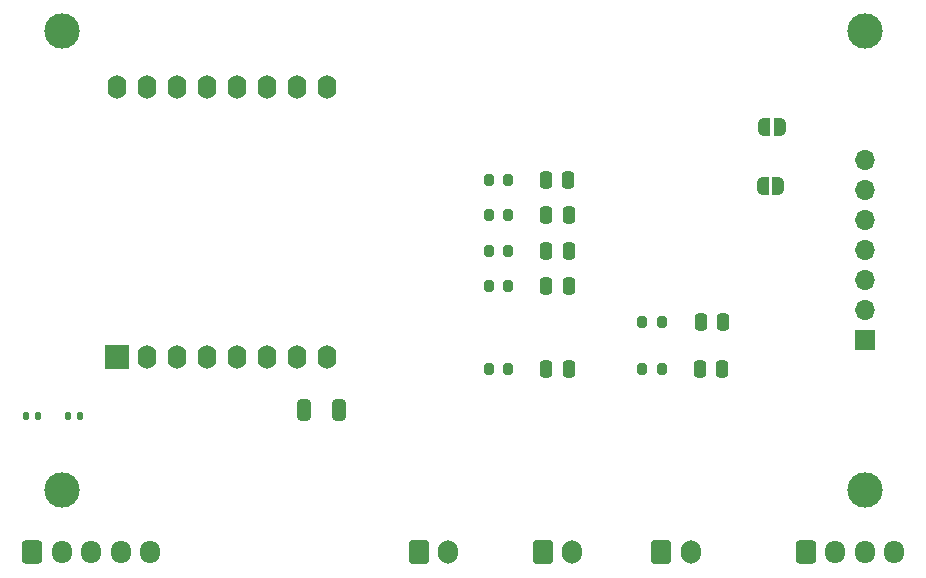
<source format=gbr>
%TF.GenerationSoftware,KiCad,Pcbnew,7.0.7*%
%TF.CreationDate,2023-09-17T22:58:44+02:00*%
%TF.ProjectId,SHC_WEMOS,5348435f-5745-44d4-9f53-2e6b69636164,rev?*%
%TF.SameCoordinates,Original*%
%TF.FileFunction,Soldermask,Top*%
%TF.FilePolarity,Negative*%
%FSLAX46Y46*%
G04 Gerber Fmt 4.6, Leading zero omitted, Abs format (unit mm)*
G04 Created by KiCad (PCBNEW 7.0.7) date 2023-09-17 22:58:44*
%MOMM*%
%LPD*%
G01*
G04 APERTURE LIST*
G04 Aperture macros list*
%AMRoundRect*
0 Rectangle with rounded corners*
0 $1 Rounding radius*
0 $2 $3 $4 $5 $6 $7 $8 $9 X,Y pos of 4 corners*
0 Add a 4 corners polygon primitive as box body*
4,1,4,$2,$3,$4,$5,$6,$7,$8,$9,$2,$3,0*
0 Add four circle primitives for the rounded corners*
1,1,$1+$1,$2,$3*
1,1,$1+$1,$4,$5*
1,1,$1+$1,$6,$7*
1,1,$1+$1,$8,$9*
0 Add four rect primitives between the rounded corners*
20,1,$1+$1,$2,$3,$4,$5,0*
20,1,$1+$1,$4,$5,$6,$7,0*
20,1,$1+$1,$6,$7,$8,$9,0*
20,1,$1+$1,$8,$9,$2,$3,0*%
%AMFreePoly0*
4,1,19,0.500000,-0.750000,0.000000,-0.750000,0.000000,-0.744911,-0.071157,-0.744911,-0.207708,-0.704816,-0.327430,-0.627875,-0.420627,-0.520320,-0.479746,-0.390866,-0.500000,-0.250000,-0.500000,0.250000,-0.479746,0.390866,-0.420627,0.520320,-0.327430,0.627875,-0.207708,0.704816,-0.071157,0.744911,0.000000,0.744911,0.000000,0.750000,0.500000,0.750000,0.500000,-0.750000,0.500000,-0.750000,
$1*%
%AMFreePoly1*
4,1,19,0.000000,0.744911,0.071157,0.744911,0.207708,0.704816,0.327430,0.627875,0.420627,0.520320,0.479746,0.390866,0.500000,0.250000,0.500000,-0.250000,0.479746,-0.390866,0.420627,-0.520320,0.327430,-0.627875,0.207708,-0.704816,0.071157,-0.744911,0.000000,-0.744911,0.000000,-0.750000,-0.500000,-0.750000,-0.500000,0.750000,0.000000,0.750000,0.000000,0.744911,0.000000,0.744911,
$1*%
G04 Aperture macros list end*
%ADD10RoundRect,0.250000X-0.600000X-0.750000X0.600000X-0.750000X0.600000X0.750000X-0.600000X0.750000X0*%
%ADD11O,1.700000X2.000000*%
%ADD12RoundRect,0.200000X-0.200000X-0.275000X0.200000X-0.275000X0.200000X0.275000X-0.200000X0.275000X0*%
%ADD13RoundRect,0.135000X-0.135000X-0.185000X0.135000X-0.185000X0.135000X0.185000X-0.135000X0.185000X0*%
%ADD14R,1.700000X1.700000*%
%ADD15O,1.700000X1.700000*%
%ADD16RoundRect,0.250000X-0.600000X-0.725000X0.600000X-0.725000X0.600000X0.725000X-0.600000X0.725000X0*%
%ADD17O,1.700000X1.950000*%
%ADD18RoundRect,0.250000X-0.250000X-0.475000X0.250000X-0.475000X0.250000X0.475000X-0.250000X0.475000X0*%
%ADD19FreePoly0,180.000000*%
%ADD20FreePoly1,180.000000*%
%ADD21RoundRect,0.250000X-0.325000X-0.650000X0.325000X-0.650000X0.325000X0.650000X-0.325000X0.650000X0*%
%ADD22R,2.000000X2.000000*%
%ADD23O,1.600000X2.000000*%
%ADD24C,3.000000*%
G04 APERTURE END LIST*
D10*
%TO.C,J2*%
X37250000Y5450000D03*
D11*
X39750000Y5450000D03*
%TD*%
D12*
%TO.C,R6*%
X56175000Y25000000D03*
X57825000Y25000000D03*
%TD*%
D13*
%TO.C,R9*%
X3990000Y17000000D03*
X5010000Y17000000D03*
%TD*%
D14*
%TO.C,J6*%
X75000000Y23460000D03*
D15*
X75000000Y26000000D03*
X75000000Y28540000D03*
X75000000Y31080000D03*
X75000000Y33620000D03*
X75000000Y36160000D03*
X75000000Y38700000D03*
%TD*%
D16*
%TO.C,J5*%
X70000000Y5500000D03*
D17*
X72500000Y5500000D03*
X75000000Y5500000D03*
X77500000Y5500000D03*
%TD*%
D12*
%TO.C,R7*%
X56175000Y21000000D03*
X57825000Y21000000D03*
%TD*%
D18*
%TO.C,C7*%
X61050000Y21000000D03*
X62950000Y21000000D03*
%TD*%
D19*
%TO.C,JP2*%
X67800000Y41500000D03*
D20*
X66500000Y41500000D03*
%TD*%
D21*
%TO.C,C8*%
X27525000Y17500000D03*
X30475000Y17500000D03*
%TD*%
D12*
%TO.C,R3*%
X43175000Y31000000D03*
X44825000Y31000000D03*
%TD*%
D16*
%TO.C,J1*%
X4500000Y5450000D03*
D17*
X7000000Y5450000D03*
X9500000Y5450000D03*
X12000000Y5450000D03*
X14500000Y5450000D03*
%TD*%
D18*
%TO.C,C1*%
X48050000Y28000000D03*
X49950000Y28000000D03*
%TD*%
D10*
%TO.C,J4*%
X57750000Y5450000D03*
D11*
X60250000Y5450000D03*
%TD*%
D18*
%TO.C,C3*%
X48050000Y31000000D03*
X49950000Y31000000D03*
%TD*%
D22*
%TO.C,U1*%
X11720000Y22000000D03*
D23*
X14260000Y22000000D03*
X16800000Y22000000D03*
X19340000Y22000000D03*
X21880000Y22000000D03*
X24420000Y22000000D03*
X26960000Y22000000D03*
X29500000Y22000000D03*
X29500000Y44860000D03*
X26960000Y44860000D03*
X24420000Y44860000D03*
X21880000Y44860000D03*
X19340000Y44860000D03*
X16800000Y44860000D03*
X14260000Y44860000D03*
X11720000Y44860000D03*
%TD*%
D10*
%TO.C,J3*%
X47750000Y5450000D03*
D11*
X50250000Y5450000D03*
%TD*%
D18*
%TO.C,C6*%
X61100000Y25000000D03*
X63000000Y25000000D03*
%TD*%
%TO.C,C5*%
X48050000Y21000000D03*
X49950000Y21000000D03*
%TD*%
%TO.C,C4*%
X48050000Y34000000D03*
X49950000Y34000000D03*
%TD*%
D12*
%TO.C,R4*%
X43175000Y34000000D03*
X44825000Y34000000D03*
%TD*%
%TO.C,R2*%
X43175000Y37000000D03*
X44825000Y37000000D03*
%TD*%
D19*
%TO.C,JP1*%
X67650000Y36500000D03*
D20*
X66350000Y36500000D03*
%TD*%
D18*
%TO.C,C2*%
X48000000Y37000000D03*
X49900000Y37000000D03*
%TD*%
D13*
%TO.C,R8*%
X7500000Y17000000D03*
X8520000Y17000000D03*
%TD*%
D12*
%TO.C,R5*%
X43175000Y21000000D03*
X44825000Y21000000D03*
%TD*%
%TO.C,R1*%
X43175000Y28000000D03*
X44825000Y28000000D03*
%TD*%
D24*
%TO.C,REF\u002A\u002A*%
X75008080Y10776055D03*
X74997920Y49572015D03*
X7002120Y49561855D03*
X6997040Y10776055D03*
%TD*%
M02*

</source>
